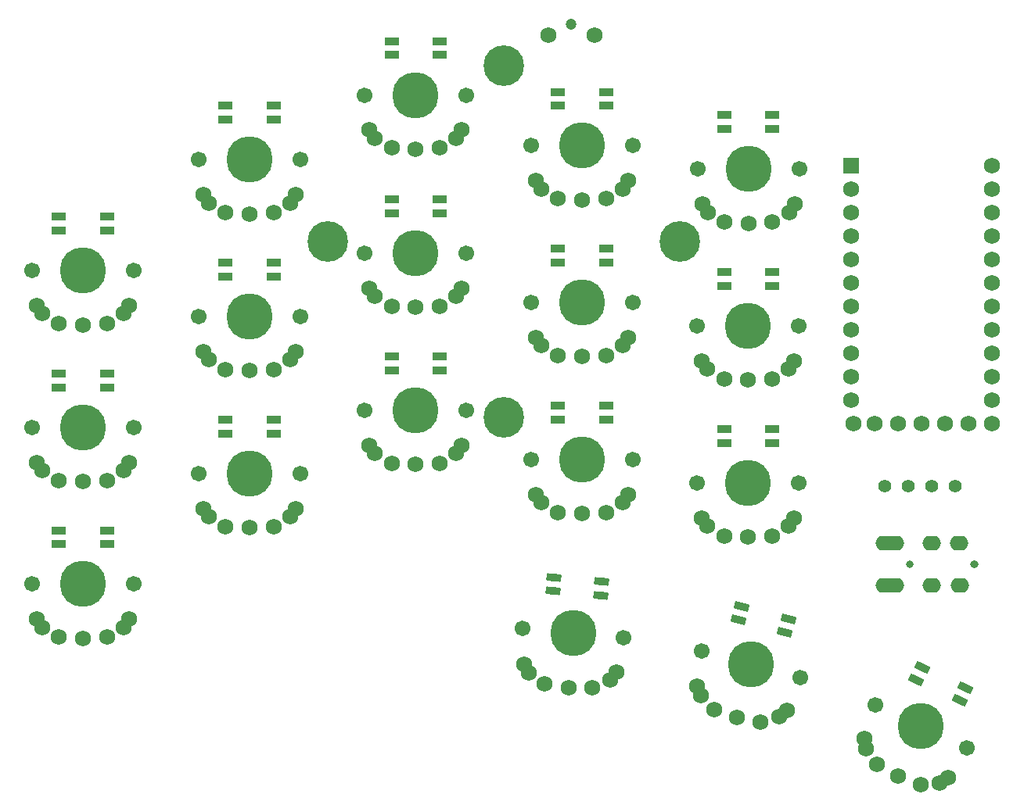
<source format=gbr>
%TF.GenerationSoftware,KiCad,Pcbnew,(6.0.0)*%
%TF.CreationDate,2022-04-18T13:44:49-07:00*%
%TF.ProjectId,half-swept,68616c66-2d73-4776-9570-742e6b696361,rev?*%
%TF.SameCoordinates,Original*%
%TF.FileFunction,Soldermask,Top*%
%TF.FilePolarity,Negative*%
%FSLAX46Y46*%
G04 Gerber Fmt 4.6, Leading zero omitted, Abs format (unit mm)*
G04 Created by KiCad (PCBNEW (6.0.0)) date 2022-04-18 13:44:49*
%MOMM*%
%LPD*%
G01*
G04 APERTURE LIST*
G04 Aperture macros list*
%AMRoundRect*
0 Rectangle with rounded corners*
0 $1 Rounding radius*
0 $2 $3 $4 $5 $6 $7 $8 $9 X,Y pos of 4 corners*
0 Add a 4 corners polygon primitive as box body*
4,1,4,$2,$3,$4,$5,$6,$7,$8,$9,$2,$3,0*
0 Add four circle primitives for the rounded corners*
1,1,$1+$1,$2,$3*
1,1,$1+$1,$4,$5*
1,1,$1+$1,$6,$7*
1,1,$1+$1,$8,$9*
0 Add four rect primitives between the rounded corners*
20,1,$1+$1,$2,$3,$4,$5,0*
20,1,$1+$1,$4,$5,$6,$7,0*
20,1,$1+$1,$6,$7,$8,$9,0*
20,1,$1+$1,$8,$9,$2,$3,0*%
G04 Aperture macros list end*
%ADD10C,5.000000*%
%ADD11C,1.701800*%
%ADD12C,1.750000*%
%ADD13C,0.800000*%
%ADD14O,2.000000X1.600000*%
%ADD15C,1.200000*%
%ADD16C,4.400000*%
%ADD17R,1.752600X1.752600*%
%ADD18C,1.752600*%
%ADD19RoundRect,0.082000X-0.718000X0.328000X-0.718000X-0.328000X0.718000X-0.328000X0.718000X0.328000X0*%
%ADD20RoundRect,0.082000X-0.686681X0.389330X-0.743855X-0.264174X0.686681X-0.389330X0.743855X0.264174X0*%
%ADD21C,1.397000*%
%ADD22RoundRect,0.082000X-0.608642X0.502656X-0.778427X-0.130992X0.608642X-0.502656X0.778427X0.130992X0*%
%ADD23RoundRect,0.082000X-0.512110X0.600709X-0.789348X0.006171X0.512110X-0.600709X0.789348X-0.006171X0*%
G04 APERTURE END LIST*
D10*
%TO.C,SW21*%
X94730582Y-83912372D03*
D11*
X100043174Y-85335877D03*
X89417990Y-82488867D03*
D12*
X90730965Y-88793516D03*
X95753780Y-90139375D03*
X93203550Y-89611334D03*
X88917440Y-86288795D03*
X89264059Y-87313420D03*
X98576699Y-88876985D03*
X97764206Y-89591027D03*
%TD*%
D10*
%TO.C,SW20*%
X113130585Y-90612373D03*
D11*
X118115278Y-92936773D03*
X108145892Y-88287973D03*
D12*
X108344130Y-94724835D03*
X113056930Y-96922450D03*
X110637137Y-95959589D03*
X106993097Y-91943251D03*
X107156525Y-93012499D03*
X116056175Y-96169434D03*
X115132033Y-96731540D03*
%TD*%
D10*
%TO.C,SW18*%
X94410583Y-64220374D03*
D11*
X99910583Y-64220374D03*
X88910583Y-64220374D03*
D12*
X91810583Y-69970374D03*
X97010583Y-69970374D03*
X94410583Y-70120374D03*
X89410583Y-68020374D03*
X90010583Y-68920374D03*
X99410583Y-68020374D03*
X98810583Y-68920374D03*
%TD*%
D10*
%TO.C,SW17*%
X76430582Y-61680375D03*
D11*
X81930582Y-61680375D03*
X70930582Y-61680375D03*
D12*
X73830582Y-67430375D03*
X79030582Y-67430375D03*
X76430582Y-67580375D03*
X71430582Y-65480375D03*
X72030582Y-66380375D03*
X81430582Y-65480375D03*
X80830582Y-66380375D03*
%TD*%
D10*
%TO.C,SW16*%
X58430581Y-56346374D03*
D11*
X63930581Y-56346374D03*
X52930581Y-56346374D03*
D12*
X55830581Y-62096374D03*
X61030581Y-62096374D03*
X58430581Y-62246374D03*
X53430581Y-60146374D03*
X54030581Y-61046374D03*
X63430581Y-60146374D03*
X62830581Y-61046374D03*
%TD*%
D10*
%TO.C,SW15*%
X40430584Y-63204374D03*
D11*
X45930584Y-63204374D03*
X34930584Y-63204374D03*
D12*
X37830584Y-68954374D03*
X43030584Y-68954374D03*
X40430584Y-69104374D03*
X35430584Y-67004374D03*
X36030584Y-67904374D03*
X45430584Y-67004374D03*
X44830584Y-67904374D03*
%TD*%
D10*
%TO.C,SW14*%
X22430583Y-75212374D03*
D11*
X27930583Y-75212374D03*
X16930583Y-75212374D03*
D12*
X19830583Y-80962374D03*
X25030583Y-80962374D03*
X22430583Y-81112374D03*
X17430583Y-79012374D03*
X18030583Y-79912374D03*
X27430583Y-79012374D03*
X26830583Y-79912374D03*
%TD*%
D10*
%TO.C,SW12*%
X94410582Y-47202375D03*
D11*
X99910582Y-47202375D03*
X88910582Y-47202375D03*
D12*
X91810582Y-52952375D03*
X97010582Y-52952375D03*
X94410582Y-53102375D03*
X89410582Y-51002375D03*
X90010582Y-51902375D03*
X99410582Y-51002375D03*
X98810582Y-51902375D03*
%TD*%
D10*
%TO.C,SW11*%
X76430583Y-44662376D03*
D11*
X81930583Y-44662376D03*
X70930583Y-44662376D03*
D12*
X73830583Y-50412376D03*
X79030583Y-50412376D03*
X76430583Y-50562376D03*
X71430583Y-48462376D03*
X72030583Y-49362376D03*
X81430583Y-48462376D03*
X80830583Y-49362376D03*
%TD*%
D10*
%TO.C,SW10*%
X58430583Y-39328373D03*
D11*
X63930583Y-39328373D03*
X52930583Y-39328373D03*
D12*
X55830583Y-45078373D03*
X61030583Y-45078373D03*
X58430583Y-45228373D03*
X53430583Y-43128373D03*
X54030583Y-44028373D03*
X63430583Y-43128373D03*
X62830583Y-44028373D03*
%TD*%
D10*
%TO.C,SW9*%
X40430584Y-46186374D03*
D11*
X45930584Y-46186374D03*
X34930584Y-46186374D03*
D12*
X37830584Y-51936374D03*
X43030584Y-51936374D03*
X40430584Y-52086374D03*
X35430584Y-49986374D03*
X36030584Y-50886374D03*
X45430584Y-49986374D03*
X44830584Y-50886374D03*
%TD*%
D10*
%TO.C,SW8*%
X22430582Y-58212374D03*
D11*
X27930582Y-58212374D03*
X16930582Y-58212374D03*
D12*
X19830582Y-63962374D03*
X25030582Y-63962374D03*
X22430582Y-64112374D03*
X17430582Y-62012374D03*
X18030582Y-62912374D03*
X27430582Y-62012374D03*
X26830582Y-62912374D03*
%TD*%
D10*
%TO.C,SW6*%
X94430581Y-30212375D03*
D11*
X99930581Y-30212375D03*
X88930581Y-30212375D03*
D12*
X91830581Y-35962375D03*
X97030581Y-35962375D03*
X94430581Y-36112375D03*
X89430581Y-34012375D03*
X90030581Y-34912375D03*
X99430581Y-34012375D03*
X98830581Y-34912375D03*
%TD*%
D10*
%TO.C,SW5*%
X76430583Y-27712373D03*
D11*
X81930583Y-27712373D03*
X70930583Y-27712373D03*
D12*
X73830583Y-33462373D03*
X79030583Y-33462373D03*
X76430583Y-33612373D03*
X71430583Y-31512373D03*
X72030583Y-32412373D03*
X81430583Y-31512373D03*
X80830583Y-32412373D03*
%TD*%
D10*
%TO.C,SW4*%
X58430583Y-22212374D03*
D11*
X63930583Y-22212374D03*
X52930583Y-22212374D03*
D12*
X55830583Y-27962374D03*
X61030583Y-27962374D03*
X58430583Y-28112374D03*
X53430583Y-26012374D03*
X54030583Y-26912374D03*
X63430583Y-26012374D03*
X62830583Y-26912374D03*
%TD*%
D10*
%TO.C,SW3*%
X40430583Y-29212374D03*
D11*
X45930583Y-29212374D03*
X34930583Y-29212374D03*
D12*
X37830583Y-34962374D03*
X43030583Y-34962374D03*
X40430583Y-35112374D03*
X35430583Y-33012374D03*
X36030583Y-33912374D03*
X45430583Y-33012374D03*
X44830583Y-33912374D03*
%TD*%
D10*
%TO.C,SW2*%
X22430582Y-41212374D03*
D11*
X27930582Y-41212374D03*
X16930582Y-41212374D03*
D12*
X19830582Y-46962374D03*
X25030582Y-46962374D03*
X22430582Y-47112374D03*
X17430582Y-45012374D03*
X18030582Y-45912374D03*
X27430582Y-45012374D03*
X26830582Y-45912374D03*
%TD*%
D10*
%TO.C,SW1*%
X75480583Y-80512371D03*
D11*
X80959654Y-80991728D03*
X70001512Y-80033014D03*
D12*
X72389331Y-86013886D03*
X77569544Y-86467095D03*
X74966364Y-86389920D03*
X70168418Y-83862132D03*
X70687694Y-84811001D03*
X80130365Y-84733690D03*
X79454208Y-85577971D03*
%TD*%
D13*
%TO.C,J2*%
X111898584Y-73082373D03*
X118898584Y-73082373D03*
D14*
X109198584Y-70782373D03*
X110298584Y-75382373D03*
X114298584Y-75382373D03*
X117298584Y-75382373D03*
%TD*%
D15*
%TO.C,RSW1*%
X75255583Y-14564874D03*
D12*
X72755583Y-15774874D03*
X77755583Y-15774874D03*
%TD*%
D16*
%TO.C,REF\u002A\u002A*%
X67930583Y-57162374D03*
X48880583Y-38112374D03*
X86980583Y-38112374D03*
X67930583Y-19062374D03*
%TD*%
D17*
%TO.C,U2*%
X105560581Y-29879125D03*
D18*
X105560581Y-32419125D03*
X105560581Y-34959125D03*
X105560581Y-37499125D03*
X105560581Y-40039125D03*
X105560581Y-42579125D03*
X105560581Y-45119125D03*
X105560581Y-47659125D03*
X105560581Y-50199125D03*
X105560581Y-52739125D03*
X105560581Y-55279125D03*
X105789181Y-57819125D03*
X120800581Y-57819125D03*
X120800581Y-55279125D03*
X120800581Y-52739125D03*
X120800581Y-50199125D03*
X120800581Y-47659125D03*
X120800581Y-45119125D03*
X120800581Y-42579125D03*
X120800581Y-40039125D03*
X120800581Y-37499125D03*
X120800581Y-34959125D03*
X120800581Y-32419125D03*
X120800581Y-29879125D03*
X108100581Y-57819125D03*
X110640581Y-57819125D03*
X113180581Y-57819125D03*
X115720581Y-57819125D03*
X118260581Y-57819125D03*
%TD*%
D19*
%TO.C,D34*%
X43030583Y-23382374D03*
X43030583Y-24882374D03*
X37830583Y-24882374D03*
X37830583Y-23382374D03*
%TD*%
%TO.C,D26*%
X55830581Y-50516374D03*
X55830581Y-52016374D03*
X61030581Y-52016374D03*
X61030581Y-50516374D03*
%TD*%
%TO.C,D31*%
X43030584Y-40356374D03*
X43030584Y-41856374D03*
X37830584Y-41856374D03*
X37830584Y-40356374D03*
%TD*%
%TO.C,D28*%
X43030584Y-57374374D03*
X43030584Y-58874374D03*
X37830584Y-58874374D03*
X37830584Y-57374374D03*
%TD*%
%TO.C,D32*%
X79030583Y-38832376D03*
X79030583Y-40332376D03*
X73830583Y-40332376D03*
X73830583Y-38832376D03*
%TD*%
%TO.C,D21*%
X97030581Y-24382375D03*
X97030581Y-25882375D03*
X91830581Y-25882375D03*
X91830581Y-24382375D03*
%TD*%
%TO.C,D19*%
X25030582Y-35382374D03*
X25030582Y-36882374D03*
X19830582Y-36882374D03*
X19830582Y-35382374D03*
%TD*%
%TO.C,D23*%
X61030583Y-33498373D03*
X61030583Y-34998373D03*
X55830583Y-34998373D03*
X55830583Y-33498373D03*
%TD*%
%TO.C,D22*%
X25030582Y-52432374D03*
X25030582Y-53932374D03*
X19830582Y-53932374D03*
X19830582Y-52432374D03*
%TD*%
%TO.C,D35*%
X79030583Y-21882373D03*
X79030583Y-23382373D03*
X73830583Y-23382373D03*
X73830583Y-21882373D03*
%TD*%
%TO.C,D25*%
X25030583Y-69382374D03*
X25030583Y-70882374D03*
X19830583Y-70882374D03*
X19830583Y-69382374D03*
%TD*%
%TO.C,D24*%
X97010582Y-41372375D03*
X97010582Y-42872375D03*
X91810582Y-42872375D03*
X91810582Y-41372375D03*
%TD*%
D20*
%TO.C,D30*%
X78578807Y-74931161D03*
X78448074Y-76425453D03*
X73267861Y-75972243D03*
X73398595Y-74477951D03*
%TD*%
D19*
%TO.C,D29*%
X79030582Y-55850375D03*
X79030582Y-57350375D03*
X73830582Y-57350375D03*
X73830582Y-55850375D03*
%TD*%
D13*
%TO.C,J1*%
X118880584Y-73062376D03*
X111880584Y-73062376D03*
D14*
X109180584Y-75362376D03*
X110280584Y-70762376D03*
X114280584Y-70762376D03*
X117280584Y-70762376D03*
%TD*%
D21*
%TO.C,OL2*%
X116790582Y-64612373D03*
X114250582Y-64612373D03*
X111710582Y-64612373D03*
X109170582Y-64612373D03*
%TD*%
D22*
%TO.C,D33*%
X98750904Y-78953954D03*
X98362676Y-80402843D03*
X93339861Y-79056984D03*
X93728090Y-77608095D03*
%TD*%
D19*
%TO.C,D20*%
X61030583Y-16382374D03*
X61030583Y-17882374D03*
X55830583Y-17882374D03*
X55830583Y-16382374D03*
%TD*%
D23*
%TO.C,D36*%
X117950850Y-86427406D03*
X117316922Y-87786868D03*
X112604122Y-85589253D03*
X113238049Y-84229791D03*
%TD*%
D19*
%TO.C,D27*%
X97010583Y-58390374D03*
X97010583Y-59890374D03*
X91810583Y-59890374D03*
X91810583Y-58390374D03*
%TD*%
M02*

</source>
